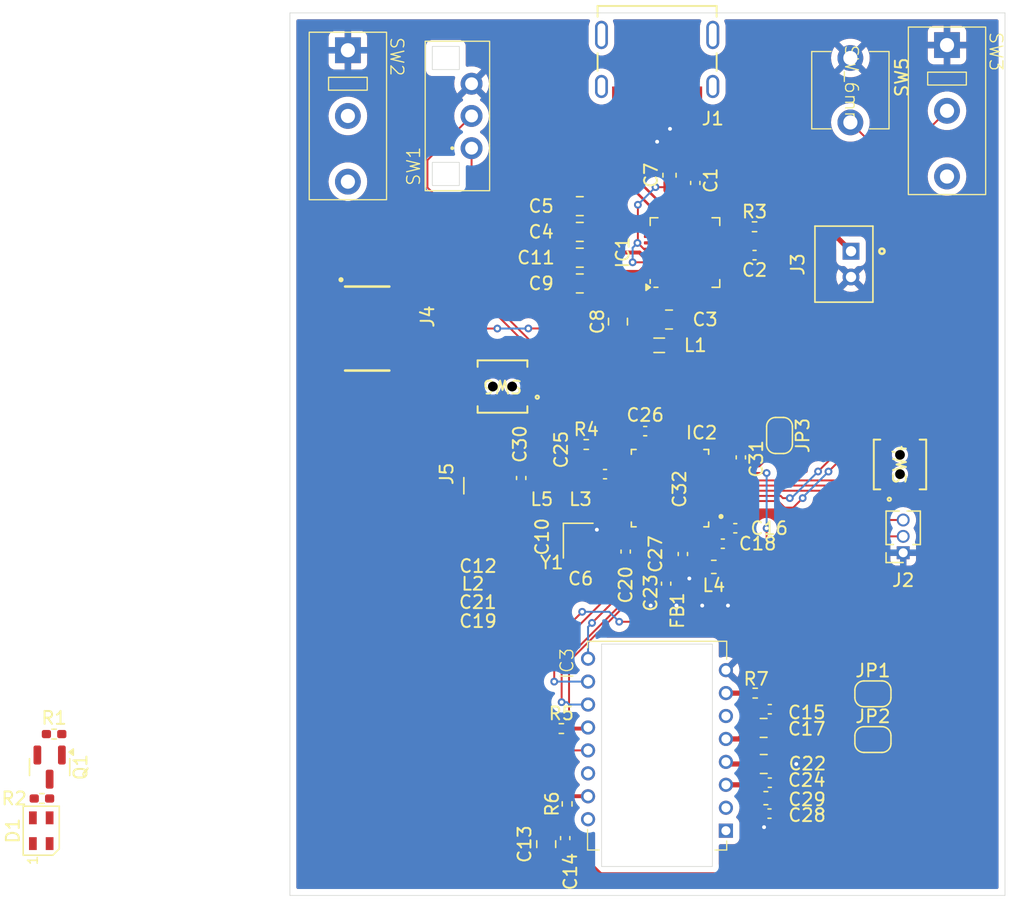
<source format=kicad_pcb>
(kicad_pcb (version 20240108) (generator "pcbnew") (generator_version "8.0")
  (layers (0 "F.Cu" signal) (1 "In1.Cu" signal) (2 "In2.Cu" signal) (31 "B.Cu" signal) (34 "B.Paste" user) (35 "F.Paste" user) (36 "B.SilkS" user "B.Silkscreen") (37 "F.SilkS" user "F.Silkscreen") (38 "B.Mask" user) (39 "F.Mask" user) (44 "Edge.Cuts" user))
  (net 0 "")
  (net 1 "Net-(IC1-VBAT)")
  (net 2 "GND")
  (net 3 "XC2")
  (net 4 "XC1")
  (net 5 "Net-(IC1-VDDIO)")
  (net 6 "Net-(IC1-PVDD)")
  (net 7 "+3.3V_LDO")
  (net 8 "+5V_OVPROT")
  (net 9 "+3.3V_BUCK")
  (net 10 "+1.9V_LDO")
  (net 11 "nRESET")
  (net 12 "Net-(IC2-VDD__4)")
  (net 14 "Net-(IC2-VDD__3)")
  (net 15 "Net-(IC2-DECA)")
  (net 16 "Net-(IC1-VOUT2)")
  (net 17 "Net-(IC3-VDDPIX)")
  (net 18 "Net-(D1-DIN)")
  (net 20 "Net-(IC2-VDD__2)")
  (net 21 "Net-(C21-Pad1)")
  (net 26 "SPI_CLK")
  (net 27 "SPI_MOSI")
  (net 28 "MOTION")
  (net 29 "SPI_MISO")
  (net 31 "Net-(IC3-NRESET)")
  (net 32 "Net-(IC3-LED_P)")
  (net 33 "SPI_NCS")
  (net 34 "MOUSE4")
  (net 35 "MOUSE5")
  (net 36 "ANTENNA")
  (net 37 "Net-(C25-Pad1)")
  (net 38 "ARGB")
  (net 39 "ENC_A")
  (net 40 "ENC_B")
  (net 41 "DPI")
  (net 42 "MWHEEL_BUTTON")
  (net 43 "Net-(IC2-VDD__1)")
  (net 44 "MOUSE1")
  (net 45 "Net-(C30-Pad1)")
  (net 46 "MOUSE2")
  (net 47 "Net-(IC2-DECD)")
  (net 50 "Net-(IC1-VSET2)")
  (net 51 "Net-(IC1-SW2)")
  (net 54 "Net-(IC1-CC2)")
  (net 57 "I2C_SDA")
  (net 59 "I2C_SCL")
  (net 62 "Net-(IC1-VBUS)")
  (net 65 "Net-(IC1-CC1)")
  (net 74 "SWDIO")
  (net 80 "SWDCLK")
  (net 84 "Net-(IC2-DCC)")
  (net 87 "SWO")
  (net 94 "Net-(IC3-VDD)")
  (net 95 "Net-(IC3-VDDIO)")
  (footprint "Capacitor_SMD:C_0402_1005Metric_Pad0.74x0.62mm_HandSolder" (layer "F.Cu") (at 130.5 142 -90)
    (property "Reference" "C32")
    (property "Value" "2.2u")
  )
  (footprint "Capacitor_SMD:C_0805_2012Metric_Pad1.18x1.45mm_HandSolder" (layer "F.Cu") (at 122.5 115 180)
    (property "Reference" "C5")
    (property "Value" "10u")
  )
  (footprint "Resistor_SMD:R_0402_1005Metric_Pad0.72x0.64mm_HandSolder" (layer "F.Cu") (at 121.515001 161.395001 90)
    (property "Reference" "R6")
    (property "Value" "39")
  )
  (footprint "Jumper:SolderJumper-2_P1.3mm_Open_RoundedPad1.0x1.5mm" (layer "F.Cu") (at 145.249999 152.85)
    (property "Reference" "JP1")
    (property "Value" "SolderJumper_2_Open")
  )
  (footprint "Capacitor_SMD:C_0805_2012Metric_Pad1.18x1.45mm_HandSolder" (layer "F.Cu") (at 136.7675 155.4975)
    (property "Reference" "C17")
    (property "Value" "10u")
  )
  (footprint "Jumper:SolderJumper-2_P1.3mm_Open_RoundedPad1.0x1.5mm" (layer "F.Cu") (at 145.249999 156.4)
    (property "Reference" "JP2")
    (property "Value" "SolderJumper_2_Open")
  )
  (footprint "Capacitor_SMD:C_0402_1005Metric_Pad0.74x0.62mm_HandSolder" (layer "F.Cu") (at 121.3675 164.0475 -90)
    (property "Reference" "C14")
    (property "Value" "0.1u")
  )
  (footprint "Capacitor_SMD:C_0805_2012Metric_Pad1.18x1.45mm_HandSolder" (layer "F.Cu") (at 136.7775 158.2975)
    (property "Reference" "C22")
    (property "Value" "10u")
  )
  (footprint "Imported_FP:NRF54L15-QFAA-R" (layer "F.Cu") (at 129.5 136.8875 180)
    (property "Reference" "IC2")
    (property "Value" "NRF54L15-QFAA-R")
  )
  (footprint "Capacitor_SMD:C_0805_2012Metric_Pad1.18x1.45mm_HandSolder" (layer "F.Cu") (at 119.892499 164.5175 90)
    (property "Reference" "C13")
    (property "Value" "10u")
  )
  (footprint "Capacitor_SMD:C_0402_1005Metric_Pad0.74x0.62mm_HandSolder" (layer "F.Cu") (at 134.5675 140 180)
    (property "Reference" "C16")
    (property "Value" "10u")
  )
  (footprint "Capacitor_SMD:C_0805_2012Metric_Pad1.18x1.45mm_HandSolder" (layer "F.Cu") (at 129.425 123.799999 180)
    (property "Reference" "C3")
    (property "Value" "10u")
  )
  (footprint "Capacitor_SMD:C_0402_1005Metric_Pad0.74x0.62mm_HandSolder" (layer "F.Cu") (at 137.2475 154.0475)
    (property "Reference" "C15")
    (property "Value" "0.1u")
  )
  (footprint "Inductor_SMD:L_0201_0603Metric_Pad0.64x0.40mm_HandSolder" (layer "F.Cu") (at 124.65 136.7 180)
    (property "Reference" "L2")
    (property "Value" "2.7n")
  )
  (footprint "Capacitor_SMD:C_0402_1005Metric_Pad0.74x0.62mm_HandSolder" (layer "F.Cu") (at 137.2475 159.7475)
    (property "Reference" "C24")
    (property "Value" "0.1u")
  )
  (footprint "Capacitor_SMD:C_0201_0603Metric_Pad0.64x0.40mm_HandSolder" (layer "F.Cu") (at 122.5675 142.9125)
    (property "Reference" "C6")
    (property "Value" "C")
  )
  (footprint "Inductor_SMD:L_0805_2012Metric_Pad1.05x1.20mm_HandSolder" (layer "F.Cu") (at 128.6625 125.8 180)
    (property "Reference" "L1")
    (property "Value" "2.2u")
  )
  (footprint "Capacitor_SMD:C_0402_1005Metric_Pad0.74x0.62mm_HandSolder" (layer "F.Cu") (at 124.4575 135.8 180)
    (property "Reference" "C12")
    (property "Value" "3.9p")
  )
  (footprint "Crystal:Crystal_SMD_2016-4Pin_2.0x1.6mm" (layer "F.Cu") (at 122.375 140.9625 -90)
    (property "Reference" "Y1")
    (property "Value" "Crystal_GND24")
  )
  (footprint "Resistor_SMD:R_0402_1005Metric_Pad0.72x0.64mm_HandSolder" (layer "F.Cu") (at 81.697501 155.975 180)
    (property "Reference" "R1")
    (property "Value" "10k")
  )
  (footprint "Package_TO_SOT_SMD:SOT-23" (layer "F.Cu") (at 81.35 158.5375 -90)
    (property "Reference" "Q1")
    (property "Value" "BSS138")
  )
  (footprint "Inductor_SMD:L_0201_0603Metric_Pad0.64x0.40mm_HandSolder" (layer "F.Cu") (at 122.55 136.699999 180)
    (property "Reference" "L3")
    (property "Value" "3.5n")
  )
  (footprint "Custom_FP:SW_PUSH_6mm" (layer "F.Cu") (at 143.5 106 -90)
    (property "Reference" "SW5")
    (property "Value" "SW_Push")
  )
  (footprint "Capacitor_SMD:C_0805_2012Metric_Pad1.18x1.45mm_HandSolder" (layer "F.Cu") (at 125.4625 123.9625 -90)
    (property "Reference" "C8")
    (property "Value" "10u")
  )
  (footprint "Capacitor_SMD:C_0402_1005Metric_Pad0.74x0.62mm_HandSolder" (layer "F.Cu") (at 129.2 144.3 -90)
    (property "Reference" "C23")
    (property "Value" "2.2u")
  )
  (footprint "Custom_FP:Kailh_GM_8.0" (layer "F.Cu") (at 151 107.600001 -90)
    (property "Reference" "SW3")
    (property "Value" "Kailh GM 8.0")
  )
  (footprint "Capacitor_SMD:C_0201_0603Metric_Pad0.64x0.40mm_HandSolder" (layer "F.Cu") (at 121.05 136.299998 90)
    (property "Reference" "C25")
    (property "Value" "2p")
  )
  (footprint "Inductor_SMD:L_0201_0603Metric_Pad0.64x0.40mm_HandSolder" (layer "F.Cu") (at 119.55 136.699999 180)
    (property "Reference" "L5")
    (property "Value" "3.5n")
  )
  (footprint "Capacitor_SMD:C_0805_2012Metric_Pad1.18x1.45mm_HandSolder" (layer "F.Cu") (at 122.5 121 180)
    (property "Reference" "C9")
    (property "Value" "10u")
  )
  (footprint "Custom_FP:Kailh_GM_8.0" (layer "F.Cu") (at 104.5 108 -90)
    (property "Reference" "SW2")
    (property "Value" "Kailh GM 8.0")
  )
  (footprint "Inductor_SMD:L_0603_1608Metric_Pad1.05x0.95mm_HandSolder" (layer "F.Cu") (at 132.9 143 180)
    (property "Reference" "L4")
    (property "Value" "4.7u")
  )
  (footprint "Imported_FP:CONN_ARM_JTAG_SWD_02x05_P1.27mm_SMD" (layer "F.Cu") (at 106 124.5 -90)
    (property "Reference" "J4")
    (property "Value" "Conn_ARM_JTAG_SWD_10")
  )
  (footprint "Capacitor_SMD:C_0402_1005Metric_Pad0.74x0.62mm_HandSolder" (layer "F.Cu") (at 131.4625 113.2 90)
    (property "Reference" "C1")
    (property "Value" "2.2u")
  )
  (footprint "Capacitor_SMD:C_0603_1608Metric_Pad1.08x0.95mm_HandSolder" (layer "F.Cu") (at 136.94 160.9475)
    (property "Reference" "C29")
    (property "Value" "4.7u")
  )
  (footprint "Capacitor_SMD:C_0402_1005Metric_Pad0.74x0.62mm_HandSolder" (layer "F.Cu") (at 137.2225 162.1475)
    (property "Reference" "C28")
    (property "Value" "0.1u")
  )
  (footprint "Resistor_SMD:R_0402_1005Metric_Pad0.72x0.64mm_HandSolder" (layer "F.Cu") (at 136.1125 152.7975 180)
    (property "Reference" "R7")
    (property "Value" "10k")
  )
  (footprint "Imported_FP:R-667_MIT" (layer "F.Cu") (at 147.349999 135.049999 90)
    (property "Reference" "SW4")
    (property "Value" "SW_Push")
  )
  (footprint "Jumper:SolderJumper-2_P1.3mm_Open_RoundedPad1.0x1.5mm" (layer "F.Cu") (at 138 132.8 -90)
    (property "Reference" "JP3")
    (property "Value" "SolderJumper_2_Open")
  )
  (footprint "Capacitor_SMD:C_0201_0603Metric_Pad0.64x0.40mm_HandSolder" (layer "F.Cu") (at 120.575 140.6625 -90)
    (property "Reference" "C10")
    (property "Value" "C")
  )
  (footprint "Capacitor_SMD:C_0603_1608Metric_Pad1.08x0.95mm_HandSolder" (layer "F.Cu") (at 129.4625 112.6 90)
    (property "Reference" "C7")
    (property "Value" "1u")
  )
  (footprint "Custom_FP:Encoder_TTC_Silver" (layer "F.Cu") (at 114.1 108 90)
    (property "Reference" "SW1")
    (property "Value" "RotaryEncoder")
    (fp_poly (pts (xy 3.6 -3.05) (xy 5.4 -3.05) (xy 5.4 -0.95) (xy 3.6 -0.95)) (stroke (width 0.05)) (fill none) (layer "Edge.Cuts"))
    (fp_poly (pts (xy -5.4 -3.05) (xy -3.6 -3.05) (xy -3.6 -0.95) (xy -5.4 -0.95)) (stroke (width 0.05)) (fill none) (layer "Edge.Cuts"))
  )
  (footprint "Imported_FP:R-667_MIT" (layer "F.Cu") (at 116.5 129 180)
    (property "Reference" "SW6")
    (property "Value" "SW_Push")
  )
  (footprint "Capacitor_SMD:C_0805_2012Metric_Pad1.18x1.45mm_HandSolder" (layer "F.Cu") (at 122.5 117 180)
    (property "Reference" "C4")
    (property "Value" "10u")
  )
  (footprint "Capacitor_SMD:C_0402_1005Metric_Pad0.74x0.62mm_HandSolder" (layer "F.Cu") (at 127.575 132.4625 180)
    (property "Reference" "C26")
    (property "Value" "100n")
  )
  (footprint "Capacitor_SMD:C_0805_2012Metric_Pad1.18x1.45mm_HandSolder" (layer "F.Cu") (at 122.5 119 180)
    (property "Reference" "C11")
    (property "Value" "10u")
  )
  (footprint "Capacitor_SMD:C_0201_0603Metric_Pad0.64x0.40mm_HandSolder" (layer "F.Cu") (at 130.075 144.145 90)
    (property "Reference" "FB1")
    (property "Value" "120")
  )
  (footprint "LED_SMD:LED_SK6805_PLCC4_2.4x2.7mm_P1.3mm" (layer "F.Cu") (at 80.7 163.475 90)
    (property "Reference" "D1")
    (property "Value" "SK6805")
  )
  (footprint "Imported_FP:USB-C_16+8_dummy_SMD" (layer "F.Cu") (at 128.5 102.8625 180)
    (property "Reference" "J1")
    (property "Value" "USB_C_Receptacle_USB2.0_14P")
  )
  (footprint "Resistor_SMD:R_0402_1005Metric_Pad0.72x0.64mm_HandSolder" (layer "F.Cu") (at 136.0625 116.6)
    (property "Reference" "R3")
    (property "Value" "300k")
  )
  (footprint "Capacitor_SMD:C_0201_0603Metric_Pad0.64x0.40mm_HandSolder" (layer "F.Cu") (at 129.5 141.9 -90)
    (property "Reference" "C27")
    (property "Value" "10n")
  )
  (footprint "Capacitor_SMD:C_0201_0603Metric_Pad0.64x0.40mm_HandSolder" (layer "F.Cu") (at 124.649999 138.4 180)
    (property "Reference" "C19")
    (property "Value" "2.2n")
  )
  (footprint "Resistor_SMD:R_0402_1005Metric_Pad0.72x0.64mm_HandSolder" (layer "F.Cu") (at 121.0675 155.5475)
    (property "Reference" "R5")
    (property "Value" "10k")
  )
  (footprint "Imported_FP:HIROSE_U.FL-R-SMT_10_" (layer "F.Cu") (at 114.8 136.7 90)
    (property "Reference" "J5")
    (property "Value" "U.FL-R-SMT_10_")
  )
  (footprint "Capacitor_SMD:C_0402_1005Metric_Pad0.74x0.62mm_HandSolder" (layer "F.Cu") (at 117.95 136.1 90)
    (property "Reference" "C30")
    (property "Value" "0.3p")
  )
  (footprint "Custom_FP:PMW3360DM-T2QU" (layer "F.Cu") (at 133.84 163.4725 -90)
    (property "Reference" "IC3")
    (property "Value" "PMW3360DM-T2QU")
    (fp_line (start -14.48 9.65) (end 2.78 9.65) (stroke (width 0.05)) (layer "Edge.Cuts"))
    (fp_line (start 2.78 9.65) (end 2.78 1.05) (stroke (width 0.05)) (layer "Edge.Cuts"))
    (fp_line (start -14.48 1.05) (end -14.48 9.65) (stroke (width 0.05)) (layer "Edge.Cuts"))
    (fp_line (start 2.78 1.05) (end -14.48 1.05) (stroke (width 0.05)) (layer "Edge.Cuts"))
  )
  (footprint "Capacitor_SMD:C_0402_1005Metric_Pad0.74x0.62mm_HandSolder" (layer "F.Cu") (at 126.06 141.81 -90)
    (property "Reference" "C20")
    (property "Value" "100n")
  )
  (footprint "Resistor_SMD:R_0402_1005Metric_Pad0.72x0.64mm_HandSolder" (layer "F.Cu") (at 80.752501 160.975)
    (property "Reference" "R2")
    (property "Value" "10k")
  )
  (footprint "Resistor_SMD:R_0402_1005Metric_Pad0.72x0.64mm_HandSolder" (layer "F.Cu") (at 123 133.5)
    (property "Reference" "R4")
    (property "Value" "1k")
  )
  (footprint "Capacitor_SMD:C_0201_0603Metric_Pad0.64x0.40mm_HandSolder" (layer "F.Cu") (at 124.633335 137.528826)
    (property "Reference" "C21")
    (property "Value" "1.5p")
  )
  (footprint "Capacitor_SMD:C_0402_1005Metric_Pad0.74x0.62mm_HandSolder" (layer "F.Cu") (at 135 134.5 90)
    (property "Reference" "C31")
    (property "Value" "100n")
  )
  (footprint "Capacitor_SMD:C_0402_1005Metric_Pad0.74x0.62mm_HandSolder" (layer "F.Cu") (at 136.0625 118.8 180)
    (property "Reference" "C2")
    (property "Value" "100n")
  )
  (footprint "Custom_FP:QFN-32-1EP_5x5mm_P0.5mm_EP3.5x3.5mm" (layer "F.Cu") (at 130.6625 118.6 90)
    (property "Reference" "IC1")
    (property "Value" "nPM1300-QEAA")
  )
  (footprint "Capacitor_SMD:C_0402_1005Metric_Pad0.74x0.62mm_HandSolder" (layer "F.Cu") (at 133.6 141.2 180)
    (property "Reference" "C18")
    (property "Value" "100n")
  )
  (footprint "Connector_PinSocket_1.27mm:PinSocket_1x03_P1.27mm_Vertical" (layer "F.Cu") (at 147.6 141.9 180)
    (property "Reference" "J2")
    (property "Value" "Conn_01x03_Pin")
  )
  (footprint "Imported_FP:CONN_JST_B2B-PH-K-S" (layer "F.Cu") (at 143 119.5 90)
    (property "Reference" "J3")
    (property "Value" "PH2.0")
  )
  (gr_line (start 100 100) (end 155.5 100) (stroke (width 0.05)) (layer "Edge.Cuts"))
  (gr_line (start 155.5 168.5) (end 100 168.5) (stroke (width 0.05)) (layer "Edge.Cuts"))
  (gr_line (start 155.5 100) (end 155.5 168.5) (stroke (width 0.05)) (layer "Edge.Cuts"))
  (gr_line (start 100 168.5) (end 100 100) (stroke (width 0.05)) (layer "Edge.Cuts"))
  (segment (start 131.4125 115.95) (end 131.4125 113.8175) (width 0.3) (layer "F.Cu") (net 1))
  (segment (start 138.8175 113.7675) (end 131.4625 113.7675) (width 0.4) (layer "F.Cu") (net 1))
  (segment (start 131.4125 113.8175) (end 131.4625 113.7675) (width 0.3) (layer "F.Cu") (net 1))
  (segment (start 143.55 118.5) (end 138.8175 113.7675) (width 0.4) (layer "F.Cu") (net 1))
  (segment (start 121.825 142.5775) (end 122.16 142.9125) (width 0.4) (layer "F.Cu") (net 2))
  (segment (start 125.040835 137.528826) (end 125.040835 137.564428) (width 0.15) (layer "F.Cu") (net 2))
  (segment (start 131 143.0675) (end 131 143.9) (width 0.2) (layer "F.Cu") (net 2))
  (segment (start 122.925 140.2625) (end 123.673263 140.2625) (width 0.4) (layer "F.Cu") (net 2))
  (segment (start 130.1 137.4875) (end 129.5 136.8875) (width 0.15) (layer "F.Cu") (net 2))
  (segment (start 123.673263 140.2625) (end 123.823264 140.112499) (width 0.4) (layer "F.Cu") (net 2))
  (segment (start 130.24 142.3075) (end 130.5 142.5675) (width 0.2) (layer "F.Cu") (net 2))
  (segment (start 130.5 142.5675) (end 131 143.0675) (width 0.2) (layer "F.Cu") (net 2))
  (segment (start 129.5 142.3075) (end 130.24 142.3075) (width 0.2) (layer "F.Cu") (net 2))
  (segment (start 137.79 162.1475) (end 137.79 162.21) (width 0.4) (layer "F.Cu") (net 2))
  (segment (start 124.242499 138.362764) (end 124.242499 138.4) (width 0.15) (layer "F.Cu") (net 2))
  (segment (start 125.082161 137.4875) (end 126.55 137.4875) (width 0.15) (layer "F.Cu") (net 2))
  (segment (start 125.040835 137.528826) (end 125.082161 137.4875) (width 0.15) (layer "F.Cu") (net 2))
  (segment (start 121.1675 141.6625) (end 120.575 141.07) (width 0.4) (layer "F.Cu") (net 2))
  (segment (start 128.9 137.4875) (end 129.5 136.8875) (width 0.15) (layer "F.Cu") (net 2))
  (segment (start 125.040835 137.564428) (end 124.242499 138.362764) (width 0.15) (layer "F.Cu") (net 2))
  (segment (start 137.79 162.21) (end 136.8 163.2) (width 0.4) (layer "F.Cu") (net 2))
  (segment (start 126.55 137.4875) (end 128.9 137.4875) (width 0.15) (layer "F.Cu") (net 2))
  (segment (start 137.815 158.2975) (end 139.2975 158.2975) (width 0.4) (layer "F.Cu") (net 2))
  (segment (start 121.825 141.6625) (end 121.825 142.5775) (width 0.4) (layer "F.Cu") (net 2))
  (segment (start 139.2975 158.2975) (end 139.3 158.3) (width 0.4) (layer "F.Cu") (net 2))
  (segment (start 121.825 141.6625) (end 121.1675 141.6625) (width 0.4) (layer "F.Cu") (net 2))
  (segment (start 130.1 139.8375) (end 130.1 137.4875) (width 0.15) (layer "F.Cu") (net 2))
  (via (at 132 146) (size 0.6) (drill 0.3) (layers "F.Cu" "B.Cu") (net 2))
  (via (at 129.5 109) (size 0.6) (drill 0.3) (layers "F.Cu" "B.Cu") (net 2))
  (via (at 136.8 163.2) (size 0.6) (drill 0.3) (layers "F.Cu" "B.Cu") (net 2))
  (via (at 139.3 158.3) (size 0.6) (drill 0.3) (layers "F.Cu" "B.Cu") (net 2))
  (via (at 123.823264 140.112499) (size 0.6) (drill 0.3) (layers "F.Cu" "B.Cu") (net 2))
  (via (at 134 146) (size 0.6) (drill 0.3) (layers "F.Cu" "B.Cu") (net 2))
  (via (at 131 143.9) (size 0.6) (drill 0.3) (layers "F.Cu" "B.Cu") (net 2))
  (via (at 128 146) (size 0.6) (drill 0.3) (layers "F.Cu" "B.Cu") (net 2))
  (via (at 128.5 110) (size 0.6) (drill 0.3) (layers "F.Cu" "B.Cu") (net 2))
  (via (at 130 146) (size 0.6) (drill 0.3) (layers "F.Cu" "B.Cu") (net 2))
  (segment (start 122.975 142.9125) (end 122.975 141.7125) (width 0.15) (layer "F.Cu") (net 3))
  (segment (start 126.061436 138.6875) (end 126.55 138.6875) (width 0.15) (layer "F.Cu") (net 3))
  (segment (start 123.086436 141.6625) (end 126.061436 138.6875) (width 0.15) (layer "F.Cu") (net 3))
  (segment (start 122.925 141.6625) (end 123.086436 141.6625) (width 0.15) (layer "F.Cu") (net 3))
  (segment (start 122.975 141.7125) (end 122.925 141.6625) (width 0.15) (layer "F.Cu") (net 3))
  (segment (start 126.061437 138.287499) (end 124.811436 139.5375) (width 0.15) (layer "F.Cu") (net 4))
  (segment (start 124.811436 139.5375) (end 122.2725 139.5375) (width 0.15) (layer "F.Cu") (net 4))
  (segment (start 121.825 139.985) (end 121.825 140.2625) (width 0.15) (layer "F.Cu") (net 4))
  (segment (start 120.575 140.255) (end 121.8175 140.255) (width 0.15) (layer "F.Cu") (net 4))
  (segment (start 126.55 138.287499) (end 126.061437 138.287499) (width 0.15) (layer "F.Cu") (net 4))
  (segment (start 122.2725 139.5375) (end 121.825 139.985) (width 0.15) (layer "F.Cu") (net 4))
  (segment (start 121.8175 140.255) (end 121.825 140.2625) (width 0.15) (layer "F.Cu") (net 4))
  (segment (start 133.3125 118.85) (end 135.445 118.85) (width 0.2) (layer "F.Cu") (net 5))
  (segment (start 135.445 118.85) (end 135.495 118.8) (width 0.2) (layer "F.Cu") (net 5))
  (segment (start 130.4125 123.749999) (end 130.4125 121.25) (width 0.3) (layer "F.Cu") (net 6))
  (segment (start 130.4625 123.799999) (end 130.4125 123.749999) (width 0.3) (layer "F.Cu") (net 6))
  (segment (start 127.389904 118.85) (end 128.0125 118.85) (width 0.3) (layer "F.Cu") (net 7))
  (segment (start 125.1375 118.6) (end 127.139904 118.6) (width 0.3) (layer "F.Cu") (net 7))
  (segment (start 123.5375 117) (end 123.5375 115) (width 0.3) (layer "F.Cu") (net 7))
  (segment (start 123.5375 117) (end 125.1375 118.6) (width 0.3) (layer "F.Cu") (net 7))
  (segment (start 127.139904 118.6) (end 127.389904 118.85) (width 0.3) (layer "F.Cu") (net 7))
  (segment (start 127.122985 117.977015) (end 127.006985 117.861015) (width 0.15) (layer "F.Cu") (net 8))
  (segment (start 128.374265 113.525735) (end 129.399266 113.525735) (width 0.15) (layer "F.Cu") (net 8))
  (segment (start 127.006985 117.861015) (end 127.006985 114.893015) (width 0.15) (layer "F.Cu") (net 8))
  (segment (start 129.9125 113.912501) (end 129.4625 113.462501) (width 0.3) (layer "F.Cu") (net 8))
  (segment (start 129.9125 115.95) (end 129.9125 113.912501) (width 0.3) (layer "F.Cu") (net 8))
  (segment (start 127.122985 117.977015) (end 127.002487 117.856517) (width 0.15) (layer "F.Cu") (net 8))
  (segment (start 129.399266 113.525735) (end 129.4625 113.462501) (width 0.15) (layer "F.Cu") (net 8))
  (segment (start 128.00375 119.35875) (end 128.0125 119.35) (width 0.15) (layer "F.Cu") (net 8))
  (segment (start 126.6 119.35875) (end 128.00375 119.35875) (width 0.15) (layer "F.Cu") (net 8))
  (segment (start 127.002487 117.856517) (end 126.975001 117.856517) (width 0.15) (layer "F.Cu") (net 8))
  (segment (start 128.0125 118.35) (end 127.49597 118.35) (width 0.15) (layer "F.Cu") (net 8))
  (segment (start 127.49597 118.35) (end 127.122985 117.977015) (width 0.15) (layer "F.Cu") (net 8))
  (via (at 128.374265 113.525735) (size 0.6) (drill 0.3) (layers "F.Cu" "B.Cu") (net 8))
  (via (at 127.006985 114.893015) (size 0.6) (drill 0.3) (layers "F.Cu" "B.Cu") (net 8))
  (via (at 126.975001 117.856517) (size 0.6) (drill 0.3) (layers "F.Cu" "B.Cu") (net 8))
  (via (at 126.6 119.35875) (size 0.6) (drill 0.3) (layers "F.Cu" "B.Cu") (net 8))
  (segment (start 127.006985 114.893015) (end 128.374265 113.525735) (width 0.15) (layer "B.Cu") (net 8))
  (segment (start 126.6 118.231518) (end 126.975001 117.856517) (width 0.15) (layer "B.Cu") (net 8))
  (segment (start 126.6 119.35875) (end 126.6 118.231518) (width 0.15) (layer "B.Cu") (net 8))
  (segment (start 106 122.95) (end 106 127.5) (width 0.2) (layer "F.Cu") (net 9))
  (segment (start 109.5 131) (end 119.9025 131) (width 0.2) (layer "F.Cu") (net 9))
  (segment (start 138 133.449999) (end 136.382499 135.0675) (width 0.4) (layer "F.Cu") (net 9))
  (segment (start 133.96625 135.0675) (end 133.546249 135.487501) (width 0.15) (layer "F.Cu") (net 9))
  (segment (start 105.01 121.96) (end 106 122.95) (width 0.2) (layer "F.Cu") (net 9))
  (segment (start 103.965 121.96) (end 105.01 121.96) (width 0.2) (layer "F.Cu") (net 9))
  (segment (start 119.9025 131) (end 122.4025 133.5) (width 0.2) (layer "F.Cu") (net 9))
  (segment (start 106 127.5) (end 109.5 131) (width 0.2) (layer "F.Cu") (net 9))
  (segment (start 136.382499 135.0675) (end 135 135.0675) (width 0.4) (layer "F.Cu") (net 9))
  (segment (start 135 135.0675) (end 133.96625 135.0675) (width 0.15) (layer "F.Cu") (net 9))
  (segment (start 133.546249 135.487501) (end 132.45 135.487501) (width 0.15) (layer "F.Cu") (net 9))
  (segment (start 124.6375 120.1) (end 127.139904 120.1) (width 0.3) (layer "F.Cu") (net 10))
  (segment (start 127.139904 120.1) (end 127.389904 119.85) (width 0.3) (layer "F.Cu") (net 10))
  (segment (start 123.5375 121) (end 123.5375 119) (width 0.3) (layer "F.Cu") (net 10))
  (segment (start 123.5375 119) (end 124.6375 120.1) (width 0.3) (layer "F.Cu") (net 10))
  (segment (start 127.389904 119.85) (end 128.012501 119.85) (width 0.3) (layer "F.Cu") (net 10))
  (segment (start 117.4025 127.04) (end 123.525 133.1625) (width 0.15) (layer "F.Cu") (net 11))
  (segment (start 125.025 135.8) (end 125.025 134.6625) (width 0.15) (layer "F.Cu") (net 11))
  (segment (start 126.55 136.687501) (end 126.061437 136.687501) (width 0.15) (layer "F.Cu") (net 11))
  (segment (start 108.035 127.04) (end 117.4025 127.04) (width 0.15) (layer "F.Cu") (net 11))
  (segment (start 125.173936 135.8) (end 125.025 135.8) (width 0.15) (layer "F.Cu") (net 11))
  (segment (start 125.025 134.6625) (end 123.525 133.1625) (width 0.15) (layer "F.Cu") (net 11))
  (segment (start 126.061437 136.687501) (end 125.173936 135.8) (width 0.15) (layer "F.Cu") (net 11))
  (segment (start 131.8625 140) (end 134 140) (width 0.15) (layer "F.Cu") (net 12))
  (segment (start 131.7 139.8375) (end 131.8625 140) (width 0.15) (layer "F.Cu") (net 12))
  (segment (start 131.3 140.5) (end 131.3 139.8375) (width 0.15) (layer "F.Cu") (net 14))
  (segment (start 132 141.2) (end 131.3 140.5) (width 0.15) (layer "F.Cu") (net 14))
  (segment (start 133.0325 141.2) (end 132 141.2) (width 0.15) (layer "F.Cu") (net 14))
  (segment (start 125.548935 138.4) (end 125.057499 138.4) (width 0.15) (layer "F.Cu") (net 15))
  (segment (start 129.2075 141.4925) (end 129.5 141.4925) (width 0.2) (layer "F.Cu") (net 15))
  (segment (start 129.205 143.7375) (end 129.2 143.7325) (width 0.2) (layer "F.Cu") (net 15))
  (segment (start 129 141.7) (end 129.2075 141.4925) (width 0.2) (layer "F.Cu") (net 15))
  (segment (start 129.2 143.7325) (end 129 143.5325) (width 0.2) (layer "F.Cu") (net 15))
  (segment (start 130.075 143.7375) (end 129.205 143.7375) (width 0.2) (layer "F.Cu") (net 15))
  (segment (start 129.699999 141.292501) (end 129.699999 139.8375) (width 0.15) (layer "F.Cu") (net 15))
  (segment (start 129.5 141.4925) (end 129.699999 141.292501) (width 0.15) (layer "F.Cu") (net 15))
  (segment (start 126.55 137.8875) (end 126.061435 137.8875) (width 0.15) (layer "F.Cu") (net 15))
  (segment (start 129 143.5325) (end 129 141.7) (width 0.2) (layer "F.Cu") (net 15))
  (segment (start 126.061435 137.8875) (end 125.548935 138.4) (width 0.15) (layer "F.Cu") (net 15))
  (segment (start 128.3 125.8) (end 129.5 127) (width 0.3) (layer "F.Cu") (net 16))
  (segment (start 127.5125 124.975) (end 125.4625 122.925) (width 0.3) (layer "F.Cu") (net 16))
  (segment (start 125.4625 122.925) (end 125.4625 122.9) (width 0.3) (layer "F.Cu") (net 16))
  (segment (start 125.4625 122.9) (end 128.0125 120.35) (width 0.3) (layer "F.Cu") (net 16))
  (segment (start 129.5 127) (end 132.849999 127) (width 0.3) (layer "F.Cu") (net 16))
  (segment (start 127.5125 125.8) (end 128.3 125.8) (width 0.3) (layer "F.Cu") (net 16))
  (segment (start 127.5125 125.8) (end 127.5125 124.975) (width 0.3) (layer "F.Cu") (net 16))
  (segment (start 132.849999 127) (end 138 132.150001) (width 0.3) (layer "F.Cu") (net 16))
  (segment (start 136.655 161.525001) (end 136.077499 160.9475) (width 0.4) (layer "F.Cu") (net 17))
  (segment (start 133.84 159.9125) (end 135.042499 159.9125) (width 0.4) (layer "F.Cu") (net 17))
  (segment (start 136.655 162.1475) (end 136.655 161.525001) (width 0.4) (layer "F.Cu") (net 17))
  (segment (start 135.042499 159.9125) (end 136.077499 160.9475) (width 0.4) (layer "F.Cu") (net 17))
  (segment (start 126.06 141.2425) (end 126.06 139.5775) (width 0.15) (layer "F.Cu") (net 20))
  (segment (start 126.06 139.5775) (end 126.55 139.0875) (width 0.15) (layer "F.Cu") (net 20))
  (segment (start 122.957501 136.7) (end 122.9575 136.699999) (width 0.15) (layer "F.Cu") (net 21))
  (segment (start 124.2425 137.512161) (end 124.225835 137.528826) (width 0.15) (layer "F.Cu") (net 21))
  (segment (start 124.2425 136.7) (end 122.957501 136.7) (width 0.15) (layer "F.Cu") (net 21))
  (segment (start 124.2425 136.7) (end 124.2425 137.512161) (width 0.15) (layer "F.Cu") (net 21))
  (segment (start 128.100001 140.699999) (end 128.100001 139.8375) (width 0.15) (layer "F.Cu") (net 26))
  (segment (start 120.515 149.466915) (end 127.1 142.881915) (width 0.15) (layer "F.Cu") (net 26))
  (segment (start 120.515 151.9025) (end 120.515 149.466915) (width 0.15) (layer "F.Cu") (net 26))
  (segment (start 127.1 142.881915) (end 127.1 141.7) (width 0.15) (layer "F.Cu") (net 26))
  (segment (start 127.1 141.7) (end 128.100001 140.699999) (width 0.15) (layer "F.Cu") (net 26))
  (via (at 120.515 151.9025) (size 0.6) (drill 0.3) (layers "F.Cu" "B.Cu") (net 26))
  (segment (start 120.515 151.9025) (end 123.14 151.9025) (width 0.15) (layer "B.Cu") (net 26))
  (segment (start 121.09 150.518262) (end 121.09 153.5) (width 0.15) (layer "F.Cu") (net 27))
  (segment (start 128.9 139.8375) (end 128.9 140.808262) (width 0.15) (layer "F.Cu") (net 27))
  (segment (start 127.713 143.895262) (end 121.09 150.518262) (width 0.15) (layer "F.Cu") (net 27))
  (segment (start 128.9 140.808262) (end 127.713 141.995262) (width 0.15) (layer "F.Cu") (net 27))
  (segment (start 127.713 141.995262) (end 127.713 143.895262) (width 0.15) (layer "F.Cu") (net 27))
  (via (at 121.09 153.5) (size 0.6) (drill 0.3) (layers "F.Cu" "B.Cu") (net 27))
  (segment (start 121.5 153.5) (end 121.6825 153.6825) (width 0.15) (layer "B.Cu") (net 27))
  (segment (start 121.09 153.5) (end 121.5 153.5) (width 0.15) (layer "B.Cu") (net 27))
  (segment (start 121.6825 153.6825) (end 123.14 153.6825) (width 0.15) (layer "B.Cu") (net 27))
  (segment (start 123.447544 147.347544) (end 127.436 143.359088) (width 0.15) (layer "F.Cu") (net 28))
  (segment (start 127.436 143.359088) (end 127.436 141.880524) (width 0.15) (layer "F.Cu") (net 28))
  (segment (start 127.436 141.880524) (end 128.5 140.816524) (width 0.15) (layer "F.Cu") (net 28))
  (segment (start 128.5 140.816524) (end 128.5 139.8375) (width 0.15) (layer "F.Cu") (net 28))
  (via (at 123.447544 147.347544) (size 0.6) (drill 0.3) (layers "F.Cu" "B.Cu") (net 28))
  (segment (start 123.447544 147.347544) (end 123.14 147.655088) (width 0.15) (layer "B.Cu") (net 28))
  (segment (start 123.14 147.655088) (end 123.14 150.1225) (width 0.15) (layer "B.Cu") (net 28))
  (segment (start 127.99 142.11) (end 127.99 144.01) (width 0.15) (layer "F.Cu") (net 29))
  (segment (start 121.665 150.335) (end 121.665 155.5475) (width 0.15) (layer "F.Cu") (net 29))
  (segment (start 127.99 144.01) (end 121.665 150.335) (width 0.15) (layer "F.Cu") (net 29))
  (segment (start 123.055 155.5475) (end 123.14 155.4625) (width 0.3) (layer "F.Cu") (net 29))
  (segment (start 121.665 155.5475) (end 123.055 155.5475) (width 0.3) (layer "F.Cu") (net 29))
  (segment (start 129.300001 139.8375) (end 129.300001 140.799999) (width 0.15) (layer "F.Cu") (net 29))
  (segment (start 129.300001 140.799999) (end 127.99 142.11) (width 0.15) (layer "F.Cu") (net 29))
  (segment (start 133.844999 152.7975) (end 133.84 152.792501) (width 0.4) (layer "F.Cu") (net 31))
  (segment (start 135.515 152.7975) (end 133.844999 152.7975) (width 0.4) (layer "F.Cu") (net 31))
  (segment (start 121.515001 160.797501) (end 123.135002 160.797501) (width 0.3) (layer "F.Cu") (net 32))
  (segment (start 123.135002 160.797501) (end 123.14 160.802499) (width 0.3) (layer "F.Cu") (net 32))
  (segment (start 119 155.5) (end 120.7425 157.2425) (width 0.15) (layer "F.Cu") (net 33))
  (segment (start 137 144.7) (end 134.443413 147.256587) (width 0.15) (layer "F.Cu") (net 33))
  (segment (start 137 140) (end 137 144.7) (width 0.15) (layer "F.Cu") (net 33))
  (segment (start 122.684371 146.484371) (end 119 150.168742) (width 0.15) (layer "F.Cu") (net 33))
  (segment (start 134.443413 147.256587) (end 125.556587 147.256587) (width 0.15) (layer "F.Cu") (net 33))
  (segment (start 137 135.7125) (end 136.175 135.7125) (width 0.15) (layer "F.Cu") (net 33))
  (segment (start 119 150.168742) (end 119 155.5) (width 0.15) (layer "F.Cu") (net 33))
  (segment (start 136.175 135.7125) (end 136 135.8875) (width 0.15) (layer "F.Cu") (net 33))
  (segment (start 136 135.8875) (end 132.45 135.8875) (width 0.15) (layer "F.Cu") (net 33))
  (segment (start 120.7425 157.2425) (end 123.14 157.2425) (width 0.15) (layer "F.Cu") (net 33))
  (via (at 125.556587 147.256587) (size 0.6) (drill 0.3) (layers "F.Cu" "B.Cu") (net 33))
  (via (at 137 140) (size 0.6) (drill 0.3) (layers "F.Cu" "B.Cu") (net 33))
  (via (at 122.684371 146.484371) (size 0.6) (drill 0.3) (layers "F.Cu" "B.Cu") (net 33))
  (via (at 137 135.7125) (size 0.6) (drill 0.3) (layers "F.Cu" "B.Cu") (net 33))
  (segment (start 124.784371 146.484371) (end 122.684371 146.484371) (width 0.15) (layer "B.Cu") (net 33))
  (segment (start 125.556587 147.256587) (end 124.784371 146.484371) (width 0.15) (layer "B.Cu") (net 33))
  (segment (start 137 135.7125) (end 137 140) (width 0.15) (layer "B.Cu") (net 33))
  (segment (start 145.129999 140.629999) (end 141.587499 137.087499) (width 0.15) (layer "F.Cu") (net 34))
  (segment (start 147.6 140.629999) (end 145.129999 140.629999) (width 0.15) (layer "F.Cu") (net 34))
  (segment (start 141.587499 137.087499) (end 132.45 137.087499) (width 0.15) (layer "F.Cu") (net 34))
  (segment (start 144.76 139.36) (end 147.6 139.36) (width 0.15) (layer "F.Cu") (net 35))
  (segment (start 132.45 136.687501) (end 142.087501 136.687501) (width 0.15) (layer "F.Cu") (net 35))
  (segment (start 142.087501 136.687501) (end 144.76 139.36) (width 0.15) (layer "F.Cu") (net 35))
  (segment (start 125.816249 137.087499) (end 125.42875 136.7) (width 0.15) (layer "F.Cu") (net 36))
  (segment (start 126.55 137.087499) (end 125.816249 137.087499) (width 0.15) (layer "F.Cu") (net 36))
  (segment (start 125.42875 136.7) (end 125.0575 136.7) (width 0.15) (layer "F.Cu") (net 36))
  (segment (start 121.05 136.707498) (end 119.964999 136.707498) (width 0.15) (layer "F.Cu") (net 37))
  (segment (start 122.1425 136.699999) (end 121.057499 136.699999) (width 0.15) (layer "F.Cu") (net 37))
  (segment (start 119.964999 136.707498) (end 119.9575 136.699999) (width 0.15) (layer "F.Cu") (net 37))
  (segment (start 121.057499 136.699999) (end 121.05 136.707498) (width 0.15) (layer "F.Cu") (net 37))
  (segment (start 114.1 115.19939) (end 124.76311 125.8625) (width 0.15) (layer "F.Cu") (net 39))
  (segment (start 133.13 133.13) (end 133.13 134.896064) (width 0.15) (layer "F.Cu") (net 39))
  (segment (start 133.13 134.896064) (end 132.938564 135.0875) (width 0.15) (layer "F.Cu") (net 39))
  (segment (start 114.1 110.5) (end 114.1 115.19939) (width 0.15) (layer "F.Cu") (net 39))
  (segment (start 132.938564 135.0875) (end 132.45 135.0875) (width 0.15) (layer "F.Cu") (net 39))
  (segment (start 124.76311 125.8625) (end 125.8625 125.8625) (width 0.15) (layer "F.Cu") (net 39))
  (segment (start 125.8625 125.8625) (end 133.13 133.13) (width 0.15) (layer "F.Cu") (net 39))
  (segment (start 132.45 132.95) (end 132.45 134.6875) (width 0.15) (layer "F.Cu") (net 40))
  (segment (start 124.6 126.2) (end 125.7 126.2) (width 0.15) (layer "F.Cu") (net 40))
  (segment (start 110.675 113.55533) (end 111.91967 114.8) (width 0.15) (layer "F.Cu") (net 40))
  (segment (start 125.7 126.2) (end 132.45 132.95) (width 0.15) (layer "F.Cu") (net 40))
  (segment (start 113.2 114.8) (end 124.6 126.2) (width 0.15) (layer "F.Cu") (net 40))
  (segment (start 110.675 111.425) (end 110.675 113.55533) (width 0.15) (layer "F.Cu") (net 40))
  (segment (start 114.1 108) (end 110.675 111.425) (width 0.15) (layer "F.Cu") (net 40))
  (segment (start 111.91967 114.8) (end 113.2 114.8) (width 0.15) (layer "F.Cu") (net 40))
  (segment (start 132.45 136.2875) (end 142.6875 136.2875) (width 0.15) (layer "F.Cu") (net 41))
  (segment (start 144 137.6) (end 147.399998 137.6) (width 0.15) (layer "F.Cu") (net 41))
  (segment (start 142.6875 136.2875) (end 144 137.6) (width 0.15) (layer "F.Cu") (net 41))
  (segment (start 147.399998 137.6) (end 148.1 136.899998) (width 0.15) (layer "F.Cu") (net 41))
  (segment (start 146.4 130.186826) (end 140.993413 135.593413) (width 0.15) (layer "F.Cu") (net 42))
  (segment (start 138.0875 137.4875) (end 132.45 137.4875) (width 0.15) (layer "F.Cu") (net 42))
  (segment (start 138.8 137.662499) (end 138.262499 137.662499) (width 0.15) (layer "F.Cu") (net 42))
  (segment (start 146.4 113) (end 146.4 130.186826) (width 0.15) (layer "F.Cu") (net 42))
  (segment (start 146.4 111.4) (end 146.4 113) (width 0.15) (layer "F.Cu") (net 42))
  (segment (start 143.5 108.5) (end 146.4 111.4) (width 0.15) (layer "F.Cu") (net 42))
  (segment (start 138.262499 137.662499) (end 138.0875 137.4875) (width 0.15) (layer "F.Cu") (net 42))
  (via (at 138.8 137.662499) (size 0.6) (drill 0.3) (layers "F.Cu" "B.Cu") (net 42))
  (via (at 140.993413 135.593413) (size 0.6) (drill 0.3) (layers "F.Cu" "B.Cu") (net 42))
  (segment (start 140.993413 135.593413) (end 138.924327 137.662499) (width 0.15) (layer "B.Cu") (net 42))
  (segment (start 138.924327 137.662499) (end 138.8 137.662499) (width 0.15) (layer "B.Cu") (net 42))
  (segment (start 128.100001 133.9375) (end 128.100001 132.504999) (width 0.15) (layer "F.Cu") (net 43))
  (segment (start 128.100001 132.504999) (end 128.1425 132.4625) (width 0.15) (layer "F.Cu") (net 43))
  (segment (start 117.982499 136.699999) (end 117.95 136.6675) (width 0.15) (layer "F.Cu") (net 45))
  (segment (start 116.3575 136.6675) (end 116.325 136.7) (width 0.15) (layer "F.Cu") (net 45))
  (segment (start 117.95 136.6675) (end 116.3575 136.6675) (width 0.15) (layer "F.Cu") (net 45))
  (segment (start 119.1425 136.699999) (end 117.982499 136.699999) (width 0.15) (layer "F.Cu") (net 45))
  (segment (start 139.8 137.662499) (end 139.062499 138.4) (width 0.15) (layer "F.Cu") (net 46))
  (segment (start 146.8 111.800001) (end 146.8 130.6) (width 0.15) (layer "F.Cu") (net 46))
  (segment (start 137.8875 137.8875) (end 132.45 137.8875) (width 0.15) (layer "F.Cu") (net 46))
  (segment (start 139.062499 138.4) (end 138.4 138.4) (width 0.15) (layer "F.Cu") (net 46))
  (segment (start 146.8 130.6) (end 141.8 135.6) (width 0.15) (layer "F.Cu") (net 46))
  (segment (start 138.4 138.4) (end 137.8875 137.8875) (width 0.15) (layer "F.Cu") (net 46))
  (segment (start 151 107.600001) (end 146.8 111.800001) (width 0.15) (layer "F.Cu") (net 46))
  (via (at 139.8 137.662499) (size 0.6) (drill 0.3) (layers "F.Cu" "B.Cu") (net 46))
  (via (at 141.8 135.6) (size 0.6) (drill 0.3) (layers "F.Cu" "B.Cu") (net 46))
  (segment (start 139.8 137.662499) (end 139.8 137.6) (width 0.15) (layer "B.Cu") (net 46))
  (segment (start 139.8 137.6) (end 141.8 135.6) (width 0.15) (layer "B.Cu") (net 46))
  (segment (start 132.025001 143) (end 132.025001 142.957501) (width 0.15) (layer "F.Cu") (net 47))
  (segment (start 131.5475 144.5525) (end 132.025001 144.074999) (width 0.2) (layer "F.Cu") (net 47))
  (segment (start 132.025001 142.957501) (end 130.5 141.4325) (width 0.15) (layer "F.Cu") (net 47))
  (segment (start 132.025001 144.074999) (end 132.025001 143) (width 0.2) (layer "F.Cu") (net 47))
  (segment (start 130.5 141.4325) (end 130.5 139.8375) (width 0.15) (layer "F.Cu") (net 47))
  (segment (start 130.075 144.5525) (end 131.5475 144.5525) (width 0.2) (layer "F.Cu") (net 47))
  (segment (start 135.215 116.85) (end 135.465 116.6) (width 0.2) (layer "F.Cu") (net 50))
  (segment (start 133.3125 116.85) (end 135.215 116.85) (width 0.2) (layer "F.Cu") (net 50))
  (segment (start 131.4 124.7375) (end 131.4 122.360096) (width 0.3) (layer "F.Cu") (net 51))
  (segment (start 130.3375 125.8) (end 131.4 124.7375) (width 0.3) (layer "F.Cu") (net 51))
  (segment (start 130.9125 121.872596) (end 130.9125 121.25) (width 0.3) (layer "F.Cu") (net 51))
  (segment (start 131.4 122.360096) (end 130.9125 121.872596) (width 0.3) (layer "F.Cu") (net 51))
  (segment (start 129.8125 125.8) (end 130.3375 125.8) (width 0.3) (layer "F.Cu") (net 51))
  (segment (start 126.75 113.7875) (end 126.75 106.2875) (width 0.2) (layer "F.Cu") (net 54))
  (segment (start 128.9125 115.95) (end 126.75 113.7875) (width 0.2) (layer "F.Cu") (net 54))
  (segment (start 126.1 105.4125) (end 126.7125 104.8) (width 0.3) (layer "F.Cu") (net 62))
  (segment (start 126.1 106.2875) (end 126.1 105.4125) (width 0.3) (layer "F.Cu") (net 62))
  (segment (start 130.2875 104.8) (end 130.9 105.4125) (width 0.3) (layer "F.Cu") (net 62))
  (segment (start 126.7125 104.8) (end 130.2875 104.8) (width 0.3) (layer "F.Cu") (net 62))
  (segment (start 130.4125 115.95) (end 130.4125 109.5875) (width 0.3) (layer "F.Cu") (net 62))
  (segment (start 130.4125 109.5875) (end 130.9 109.1) (width 0.3) (layer "F.Cu") (net 62))
  (segment (start 130.9 109.1) (end 130.9 106.2875) (width 0.3) (layer "F.Cu") (net 62))
  (segment (start 130.9 105.4125) (end 130.9 106.2875) (width 0.3) (layer "F.Cu") (net 62))
  (segment (start 129.75 107.1115) (end 129.75 106.2875) (width 0.2) (layer "F.Cu") (net 65))
  (segment (start 127.4 113.4) (end 127.4 109.4615) (width 0.2) (layer "F.Cu") (net 65))
  (segment (start 129.126886 115.1125) (end 129.1125 115.1125) (width 0.2) (layer "F.Cu") (net 65))
  (segment (start 129.1125 115.1125) (end 127.4 113.4) (width 0.2) (layer "F.Cu") (net 65))
  (segment (start 127.4 109.4615) (end 129.75 107.1115) (width 0.2) (layer "F.Cu") (net 65))
  (segment (start 129.4125 115.950001) (end 129.4125 115.398114) (width 0.2) (layer "F.Cu") (net 65))
  (segment (start 129.4125 115.398114) (end 129.126886 115.1125) (width 0.2) (layer "F.Cu") (net 65))
  (segment (start 115.16 121.96) (end 126.55 133.35) (width 0.15) (layer "F.Cu") (net 74))
  (segment (start 126.55 133.35) (end 126.55 134.6875) (width 0.15) (layer "F.Cu") (net 74))
  (segment (start 108.035 121.96) (end 115.16 121.96) (width 0.15) (layer "F.Cu") (net 74))
  (segment (start 115.847309 123.23) (end 125.6 132.982691) (width 0.15) (layer "F.Cu") (net 80))
  (segment (start 125.6 132.982691) (end 125.6 134.7) (width 0.15) (layer "F.Cu") (net 80))
  (segment (start 125.6 134.7) (end 125.9875 135.0875) (width 0.15) (layer "F.Cu") (net 80))
  (segment (start 108.035 123.23) (end 115.847309 123.23) (width 0.15) (layer "F.Cu") (net 80))
  (segment (start 125.9875 135.0875) (end 126.55 135.0875) (width 0.15) (layer "F.Cu") (net 80))
  (segment (start 132.659999 141.885) (end 132.085 141.885) (width 0.15) (layer "F.Cu") (net 84))
  (segment (start 133.774999 143) (end 132.659999 141.885) (width 0.15) (layer "F.Cu") (net 84))
  (segment (start 132.085 141.885) (end 130.899999 140.699999) (width 0.15) (layer "F.Cu") (net 84))
  (segment (start 130.899999 140.699999) (end 130.899999 139.8375) (width 0.15) (layer "F.Cu") (net 84))
  (segment (start 108.035 124.5) (end 116.1 124.5) (width 0.15) (layer "F.Cu") (net 87))
  (segment (start 118.506587 124.493413) (end 121.153321 124.493413) (width 0.15) (layer "F.Cu") (net 87))
  (segment (start 121.153321 124.493413) (end 129.699999 133.040091) (width 0.15) (layer "F.Cu") (net 87))
  (segment (start 129.699999 133.040091) (end 129.699999 133.9375) (width 0.15) (layer "F.Cu") (net 87))
  (via (at 118.506587 124.493413) (size 0.6) (drill 0.3) (layers "F.Cu" "B.Cu") (net 87))
  (via (at 116.1 124.5) (size 0.6) (drill 0.3) (layers "F.Cu" "B.Cu") (net 87))
  (segment (start 118.5 124.5) (end 118.506587 124.493413) (width 0.15) (layer "B.Cu") (net 87))
  (segment (start 116.1 124.5) (end 118.5 124.5) (width 0.15) (layer "B.Cu") (net 87))
  (segment (start 124.1 166.9) (end 123 165.8) (width 0.4) (layer "F.Cu") (net 94))
  (segment (start 144.6 156.4) (end 143.8275 157.1725) (width 0.4) (layer "F.Cu") (net 94))
  (segment (start 144.6 156.4) (end 144.6 156.494184) (width 0.4) (layer "F.Cu") (net 94))
  (segment (start 136.68 159.7475) (end 136.68 159.2375) (width 0.4) (layer "F.Cu") (net 94))
  (segment (start 121.3675 163.48) (end 121.3675 162.140002) (width 0.3) (layer "F.Cu") (net 94))
  (segment (start 143.8275 157.1725) (end 136.865 157.1725) (width 0.4) (layer "F.Cu") (net 94))
  (segment (start 136.68 159.2375) (end 135.74 158.2975) (width 0.4) (layer "F.Cu") (net 94))
  (segment (start 136.865 157.1725) (end 135.74 158.2975) (width 0.4) (layer "F.Cu") (net 94))
  (segment (start 121.3675 163.48) (end 119.892499 163.48) (width 0.3) (layer "F.Cu") (net 94))
  (segment (start 121.3675 162.140002) (end 121.515001 161.992501) (width 0.3) (layer "F.Cu") (net 94))
  (segment (start 134.005 158.2975) (end 133.84 158.1325) (width 0.4) (layer "F.Cu") (net 94))
  (segment (start 121.88 163.48) (end 121.3675 163.48) (width 0.4) (layer "F.Cu") (net 94))
  (segment (start 134.194184 166.9) (end 124.1 166.9) (width 0.4) (layer "F.Cu") (net 94))
  (segment (start 135.74 158.2975) (end 134.005 158.2975) (width 0.4) (layer "F.Cu") (net 94))
  (segment (start 123 165.8) (end 123 164.6) (width 0.4) (layer "F.Cu") (net 94))
  (segment (start 123 164.6) (end 121.88 163.48) (width 0.4) (layer "F.Cu") (net 94))
  (segment (start 144.6 156.494184) (end 134.194184 166.9) (width 0.4) (layer "F.Cu") (net 94))
  (segment (start 134.875 156.3525) (end 135.73 155.4975) (width 0.4) (layer "F.Cu") (net 95))
  (segment (start 133.84 156.3525) (end 134.875 156.3525) (width 0.4) (layer "F.Cu") (net 95))
  (segment (start 135.73 154.9975) (end 136.68 154.0475) (width 0.4) (layer "F.Cu") (net 95))
  (segment (start 136.68 152.8275) (end 136.71 152.7975) (width 0.4) (layer "F.Cu") (net 95))
  (segment (start 136.7625 152.85) (end 136.71 152.7975) (width 0.4) (layer "F.Cu") (net 95))
  (segment (start 135.73 155.4975) (end 135.73 154.9975) (width 0.4) (layer "F.Cu") (net 95))
  (segment (start 136.68 154.0475) (end 136.68 152.8275) (width 0.4) (layer "F.Cu") (net 95))
  (segment (start 144.6 152.85) (end 136.7625 152.85) (width 0.4) (layer "F.Cu") (net 95))
  (zone (net 2) (net_name "GND") (layers "F.Cu" "In1.Cu" "In2.Cu" "B.Cu") (connect_pads (clearance 0.5)) (min_thickness 0.25) (fill yes (thermal_gap 0.5) (thermal_bridge_width 0.5))
    (polygon (pts (xy 99 99) (xy 157 99.5) (xy 157 170) (xy 98.5 170)))
  )
)
</source>
